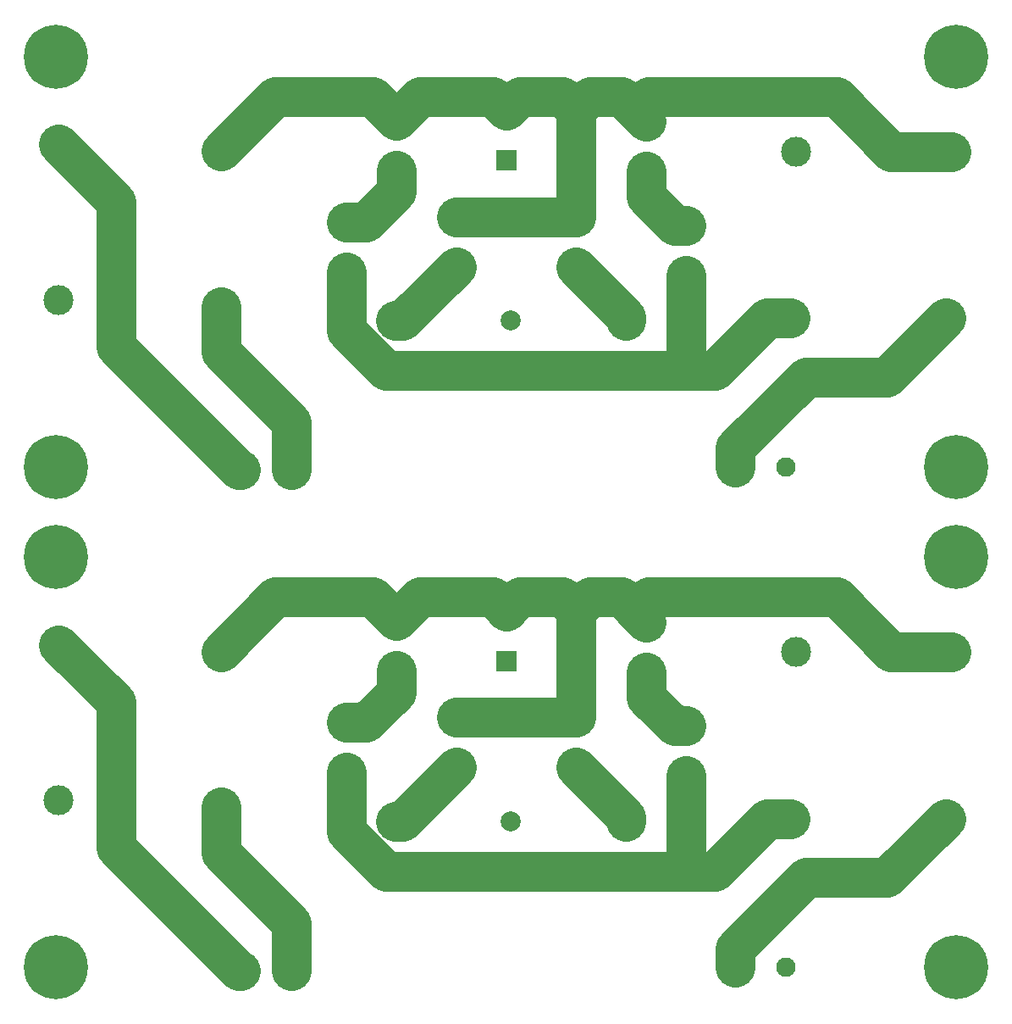
<source format=gtl>
G04 #@! TF.GenerationSoftware,KiCad,Pcbnew,7.0.1*
G04 #@! TF.CreationDate,2023-06-27T15:11:53+02:00*
G04 #@! TF.ProjectId,K_PSU_dual_filter,4b5f5053-555f-4647-9561-6c5f66696c74,rev?*
G04 #@! TF.SameCoordinates,Original*
G04 #@! TF.FileFunction,Copper,L1,Top*
G04 #@! TF.FilePolarity,Positive*
%FSLAX46Y46*%
G04 Gerber Fmt 4.6, Leading zero omitted, Abs format (unit mm)*
G04 Created by KiCad (PCBNEW 7.0.1) date 2023-06-27 15:11:53*
%MOMM*%
%LPD*%
G01*
G04 APERTURE LIST*
G04 #@! TA.AperFunction,ComponentPad*
%ADD10R,2.000000X2.000000*%
G04 #@! TD*
G04 #@! TA.AperFunction,ComponentPad*
%ADD11C,2.000000*%
G04 #@! TD*
G04 #@! TA.AperFunction,ComponentPad*
%ADD12C,6.400000*%
G04 #@! TD*
G04 #@! TA.AperFunction,ComponentPad*
%ADD13C,3.000000*%
G04 #@! TD*
G04 #@! TA.AperFunction,ComponentPad*
%ADD14R,1.950000X1.950000*%
G04 #@! TD*
G04 #@! TA.AperFunction,ComponentPad*
%ADD15C,1.950000*%
G04 #@! TD*
G04 #@! TA.AperFunction,Conductor*
%ADD16C,4.000000*%
G04 #@! TD*
G04 APERTURE END LIST*
D10*
X154000000Y-50367677D03*
D11*
X154000000Y-45367677D03*
D12*
X109000000Y-131000000D03*
D10*
X154450000Y-71367677D03*
D11*
X154450000Y-66367677D03*
D13*
X109260478Y-48760478D03*
X109260478Y-64316827D03*
D10*
X168000000Y-51500000D03*
D11*
X168000000Y-46500000D03*
D14*
X176920000Y-131000000D03*
D15*
X182000000Y-131000000D03*
D10*
X142900000Y-121367677D03*
D11*
X142900000Y-116367677D03*
D13*
X125500000Y-115000000D03*
X125500000Y-99443651D03*
D10*
X143000000Y-101367677D03*
D11*
X143000000Y-96367677D03*
D14*
X176920000Y-81000000D03*
D15*
X182000000Y-81000000D03*
D13*
X182380239Y-66119761D03*
X197936588Y-66119761D03*
D12*
X109000000Y-40000000D03*
D10*
X166000000Y-121367677D03*
D11*
X166000000Y-116367677D03*
D12*
X199000000Y-81000000D03*
D10*
X142900000Y-71367677D03*
D11*
X142900000Y-66367677D03*
D10*
X172000000Y-61867677D03*
D11*
X172000000Y-56867677D03*
D10*
X138000000Y-61500000D03*
D11*
X138000000Y-56500000D03*
D13*
X198500000Y-99500000D03*
X182943651Y-99500000D03*
D10*
X138000000Y-111500000D03*
D11*
X138000000Y-106500000D03*
D10*
X172000000Y-111867677D03*
D11*
X172000000Y-106867677D03*
D10*
X143000000Y-51367677D03*
D11*
X143000000Y-46367677D03*
D10*
X154000000Y-100367677D03*
D11*
X154000000Y-95367677D03*
D12*
X109000000Y-90000000D03*
D10*
X168000000Y-101500000D03*
D11*
X168000000Y-96500000D03*
D10*
X149000000Y-61000000D03*
D11*
X149000000Y-56000000D03*
D13*
X125500000Y-65000000D03*
X125500000Y-49443651D03*
D14*
X127460000Y-131300000D03*
D15*
X132540000Y-131300000D03*
D10*
X166000000Y-71367677D03*
D11*
X166000000Y-66367677D03*
D14*
X127460000Y-81300000D03*
D15*
X132540000Y-81300000D03*
D12*
X109000000Y-81000000D03*
D13*
X182380239Y-116119761D03*
X197936588Y-116119761D03*
D10*
X154450000Y-121367677D03*
D11*
X154450000Y-116367677D03*
D10*
X149000000Y-111000000D03*
D11*
X149000000Y-106000000D03*
D10*
X161000000Y-111000000D03*
D11*
X161000000Y-106000000D03*
D10*
X161000000Y-61000000D03*
D11*
X161000000Y-56000000D03*
D12*
X199000000Y-90000000D03*
D13*
X198500000Y-49500000D03*
X182943651Y-49500000D03*
D12*
X199000000Y-131000000D03*
D13*
X109260478Y-98760478D03*
X109260478Y-114316827D03*
D12*
X199000000Y-40000000D03*
D16*
X141960303Y-121367677D02*
X138000000Y-117407374D01*
X138000000Y-67407374D02*
X138000000Y-61500000D01*
X154450000Y-71367677D02*
X142900000Y-71367677D01*
X180128155Y-116119761D02*
X182380239Y-116119761D01*
X180128155Y-66119761D02*
X182380239Y-66119761D01*
X141960303Y-71367677D02*
X138000000Y-67407374D01*
X171000000Y-121367677D02*
X174880239Y-121367677D01*
X174880239Y-71367677D02*
X180128155Y-66119761D01*
X142900000Y-71367677D02*
X141960303Y-71367677D01*
X138000000Y-117407374D02*
X138000000Y-111500000D01*
X166000000Y-71367677D02*
X154450000Y-71367677D01*
X171000000Y-71367677D02*
X172000000Y-70367677D01*
X171000000Y-71367677D02*
X174880239Y-71367677D01*
X172000000Y-120367677D02*
X172000000Y-111867677D01*
X142900000Y-121367677D02*
X141960303Y-121367677D01*
X171000000Y-121367677D02*
X172000000Y-120367677D01*
X174880239Y-121367677D02*
X180128155Y-116119761D01*
X166000000Y-121367677D02*
X154450000Y-121367677D01*
X172000000Y-70367677D02*
X172000000Y-61867677D01*
X166000000Y-71367677D02*
X171000000Y-71367677D01*
X166000000Y-121367677D02*
X171000000Y-121367677D01*
X154450000Y-121367677D02*
X142900000Y-121367677D01*
X162367677Y-94000000D02*
X165500000Y-94000000D01*
X168235354Y-94000000D02*
X187000000Y-94000000D01*
X192500000Y-99500000D02*
X198500000Y-99500000D01*
X152632323Y-94000000D02*
X145367677Y-94000000D01*
X161000000Y-56000000D02*
X161000000Y-45367677D01*
X143000000Y-96367677D02*
X140632323Y-94000000D01*
X166867677Y-45367677D02*
X168235354Y-44000000D01*
X154000000Y-45367677D02*
X152632323Y-44000000D01*
X143000000Y-46367677D02*
X140632323Y-44000000D01*
X161000000Y-95367677D02*
X162367677Y-94000000D01*
X155367677Y-44000000D02*
X159632323Y-44000000D01*
X166867677Y-95367677D02*
X168000000Y-96500000D01*
X161000000Y-45367677D02*
X162367677Y-44000000D01*
X187000000Y-94000000D02*
X192500000Y-99500000D01*
X140632323Y-44000000D02*
X130943651Y-44000000D01*
X152632323Y-44000000D02*
X145367677Y-44000000D01*
X166867677Y-95367677D02*
X168235354Y-94000000D01*
X166867677Y-45367677D02*
X168000000Y-46500000D01*
X154000000Y-45367677D02*
X155367677Y-44000000D01*
X154000000Y-95367677D02*
X155367677Y-94000000D01*
X192500000Y-49500000D02*
X198500000Y-49500000D01*
X149000000Y-56000000D02*
X161000000Y-56000000D01*
X155367677Y-94000000D02*
X159632323Y-94000000D01*
X165500000Y-94000000D02*
X166867677Y-95367677D01*
X149000000Y-106000000D02*
X161000000Y-106000000D01*
X130943651Y-44000000D02*
X125500000Y-49443651D01*
X130943651Y-94000000D02*
X125500000Y-99443651D01*
X145367677Y-94000000D02*
X143000000Y-96367677D01*
X159632323Y-94000000D02*
X161000000Y-95367677D01*
X168235354Y-44000000D02*
X187000000Y-44000000D01*
X162367677Y-44000000D02*
X165500000Y-44000000D01*
X140632323Y-94000000D02*
X130943651Y-94000000D01*
X154000000Y-95367677D02*
X152632323Y-94000000D01*
X159632323Y-44000000D02*
X161000000Y-45367677D01*
X187000000Y-44000000D02*
X192500000Y-49500000D01*
X161000000Y-106000000D02*
X161000000Y-95367677D01*
X145367677Y-44000000D02*
X143000000Y-46367677D01*
X165500000Y-44000000D02*
X166867677Y-45367677D01*
X140000000Y-56500000D02*
X143000000Y-53500000D01*
X143000000Y-53500000D02*
X143000000Y-51367677D01*
X138000000Y-56500000D02*
X140000000Y-56500000D01*
X140000000Y-106500000D02*
X143000000Y-103500000D01*
X138000000Y-106500000D02*
X140000000Y-106500000D01*
X143000000Y-103500000D02*
X143000000Y-101367677D01*
X143632323Y-116367677D02*
X149000000Y-111000000D01*
X143632323Y-66367677D02*
X149000000Y-61000000D01*
X142900000Y-116367677D02*
X143632323Y-116367677D01*
X142900000Y-66367677D02*
X143632323Y-66367677D01*
X166000000Y-66000000D02*
X161000000Y-61000000D01*
X166000000Y-116000000D02*
X161000000Y-111000000D01*
X166000000Y-116367677D02*
X166000000Y-116000000D01*
X166000000Y-66367677D02*
X166000000Y-66000000D01*
X172000000Y-106867677D02*
X170867677Y-106867677D01*
X168000000Y-54000000D02*
X168000000Y-51500000D01*
X168000000Y-104000000D02*
X168000000Y-101500000D01*
X172000000Y-56867677D02*
X170867677Y-56867677D01*
X170867677Y-56867677D02*
X168000000Y-54000000D01*
X170867677Y-106867677D02*
X168000000Y-104000000D01*
X127460000Y-131300000D02*
X127300000Y-131300000D01*
X127300000Y-81300000D02*
X115000000Y-69000000D01*
X115000000Y-104500000D02*
X109260478Y-98760478D01*
X115000000Y-69000000D02*
X115000000Y-54500000D01*
X115000000Y-119000000D02*
X115000000Y-104500000D01*
X127300000Y-131300000D02*
X115000000Y-119000000D01*
X115000000Y-54500000D02*
X109260478Y-48760478D01*
X127460000Y-81300000D02*
X127300000Y-81300000D01*
X125500000Y-115000000D02*
X125500000Y-119500000D01*
X125500000Y-119500000D02*
X132540000Y-126540000D01*
X125500000Y-65000000D02*
X125500000Y-69500000D01*
X132540000Y-126540000D02*
X132540000Y-131300000D01*
X125500000Y-69500000D02*
X132540000Y-76540000D01*
X132540000Y-76540000D02*
X132540000Y-81300000D01*
X176920000Y-129080000D02*
X184000000Y-122000000D01*
X176920000Y-81000000D02*
X176920000Y-79080000D01*
X192056349Y-72000000D02*
X197936588Y-66119761D01*
X176920000Y-79080000D02*
X184000000Y-72000000D01*
X176920000Y-131000000D02*
X176920000Y-129080000D01*
X192056349Y-122000000D02*
X197936588Y-116119761D01*
X184000000Y-122000000D02*
X192056349Y-122000000D01*
X184000000Y-72000000D02*
X192056349Y-72000000D01*
M02*

</source>
